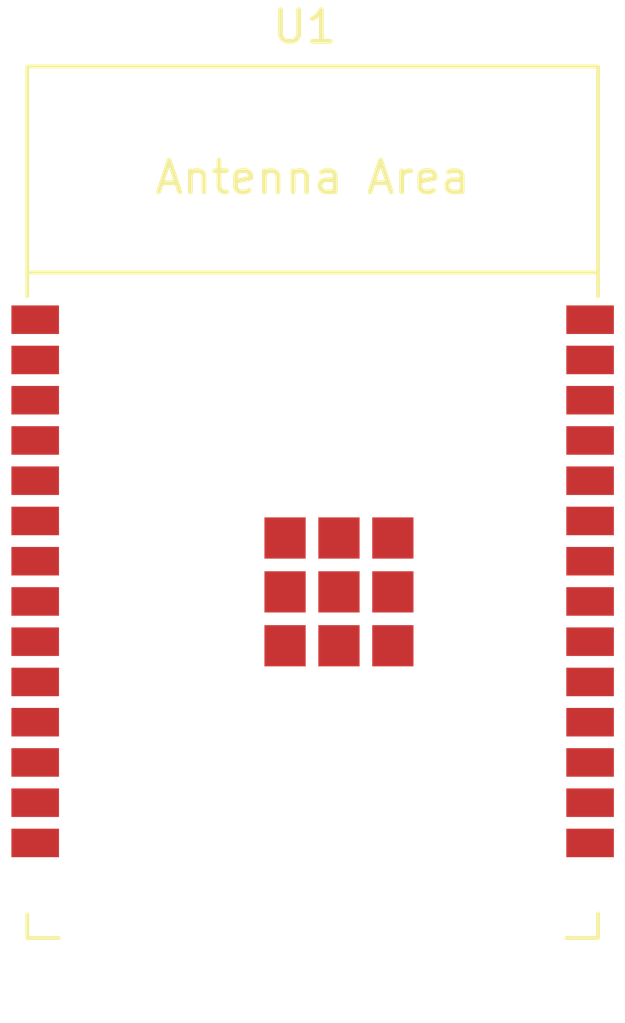
<source format=kicad_pcb>
(kicad_pcb (version 20241229) (generator "pcbnew") (generator_version "9.0")
  (layers (0 "F.Cu" signal) (2 "B.Cu" signal) (13 "F.Paste" user) (15 "B.Paste" user) (5 "F.SilkS" user "F.Silkscreen") (7 "B.SilkS" user "B.Silkscreen") (1 "F.Mask" user) (3 "B.Mask" user) (25 "Edge.Cuts" user))
  (net 0 "")
  (net 1 "Net-(U1-GND-Pad1)")
  (footprint "PCM_Espressif:ESP32-C5-WROOM-1" (layer "F.Cu") (at 150 96.25)
    (property "Reference" "U1" (at 0 -15 0) (layer "F.SilkS"))
    (property "Value" "ESP32-C5-WROOM-1")
    (fp_line (start -8.75 -13.75) (end -8.75 -6.5) (stroke (width 0.12)) (layer "F.SilkS"))
    (fp_line (start -8.75 -13.75) (end 9.25 -13.75) (stroke (width 0.12)) (layer "F.SilkS"))
    (fp_line (start -8.75 13) (end -8.75 13.75) (stroke (width 0.12)) (layer "F.SilkS"))
    (fp_line (start -8.75 13.75) (end -7.75 13.75) (stroke (width 0.12)) (layer "F.SilkS"))
    (fp_line (start 9.25 -13.75) (end 9.25 -6.5) (stroke (width 0.12)) (layer "F.SilkS"))
    (fp_line (start 9.25 -7.25) (end -8.75 -7.25) (stroke (width 0.12)) (layer "F.SilkS"))
    (fp_line (start 9.25 12.975) (end 9.25 13.75) (stroke (width 0.12)) (layer "F.SilkS"))
    (fp_line (start 9.25 13.75) (end 8.25 13.75) (stroke (width 0.12)) (layer "F.SilkS"))
    (fp_text user "Antenna Area" (at 0.25 -10.25 0) (layer "F.SilkS"))
    (pad "1" smd rect (at -8.5 -5.76) (size 1.5 0.9) (layers "F.Cu" "F.Mask" "F.Paste") (net 1 "Net-(U1-GND-Pad1)"))
    (pad "2" smd rect (at -8.5 -4.49) (size 1.5 0.9) (layers "F.Cu" "F.Mask" "F.Paste"))
    (pad "3" smd rect (at -8.5 -3.22) (size 1.5 0.9) (layers "F.Cu" "F.Mask" "F.Paste"))
    (pad "4" smd rect (at -8.5 -1.95) (size 1.5 0.9) (layers "F.Cu" "F.Mask" "F.Paste"))
    (pad "5" smd rect (at -8.5 -0.68) (size 1.5 0.9) (layers "F.Cu" "F.Mask" "F.Paste"))
    (pad "6" smd rect (at -8.5 0.59) (size 1.5 0.9) (layers "F.Cu" "F.Mask" "F.Paste"))
    (pad "7" smd rect (at -8.5 1.86) (size 1.5 0.9) (layers "F.Cu" "F.Mask" "F.Paste"))
    (pad "8" smd rect (at -8.5 3.13) (size 1.5 0.9) (layers "F.Cu" "F.Mask" "F.Paste"))
    (pad "9" smd rect (at -8.5 4.4) (size 1.5 0.9) (layers "F.Cu" "F.Mask" "F.Paste"))
    (pad "10" smd rect (at -8.5 5.67) (size 1.5 0.9) (layers "F.Cu" "F.Mask" "F.Paste"))
    (pad "11" smd rect (at -8.5 6.94) (size 1.5 0.9) (layers "F.Cu" "F.Mask" "F.Paste"))
    (pad "12" smd rect (at -8.5 8.21) (size 1.5 0.9) (layers "F.Cu" "F.Mask" "F.Paste"))
    (pad "13" smd rect (at -8.5 9.48) (size 1.5 0.9) (layers "F.Cu" "F.Mask" "F.Paste"))
    (pad "14" smd rect (at -8.5 10.75) (size 1.5 0.9) (layers "F.Cu" "F.Mask" "F.Paste"))
    (pad "15" smd rect (at 9 10.75 180) (size 1.5 0.9) (layers "F.Cu" "F.Mask" "F.Paste"))
    (pad "16" smd rect (at 9 9.48 180) (size 1.5 0.9) (layers "F.Cu" "F.Mask" "F.Paste"))
    (pad "17" smd rect (at 9 8.21 180) (size 1.5 0.9) (layers "F.Cu" "F.Mask" "F.Paste"))
    (pad "18" smd rect (at 9 6.94 180) (size 1.5 0.9) (layers "F.Cu" "F.Mask" "F.Paste"))
    (pad "19" smd rect (at 9 5.67 180) (size 1.5 0.9) (layers "F.Cu" "F.Mask" "F.Paste"))
    (pad "20" smd rect (at 9 4.4 180) (size 1.5 0.9) (layers "F.Cu" "F.Mask" "F.Paste"))
    (pad "21" smd rect (at 9 3.13 180) (size 1.5 0.9) (layers "F.Cu" "F.Mask" "F.Paste"))
    (pad "22" smd rect (at 9 1.86 180) (size 1.5 0.9) (layers "F.Cu" "F.Mask" "F.Paste"))
    (pad "23" smd rect (at 9 0.59 180) (size 1.5 0.9) (layers "F.Cu" "F.Mask" "F.Paste"))
    (pad "24" smd rect (at 9 -0.68 180) (size 1.5 0.9) (layers "F.Cu" "F.Mask" "F.Paste"))
    (pad "25" smd rect (at 9 -1.95 180) (size 1.5 0.9) (layers "F.Cu" "F.Mask" "F.Paste"))
    (pad "26" smd rect (at 9 -3.22 180) (size 1.5 0.9) (layers "F.Cu" "F.Mask" "F.Paste"))
    (pad "27" smd rect (at 9 -4.49 180) (size 1.5 0.9) (layers "F.Cu" "F.Mask" "F.Paste"))
    (pad "28" smd rect (at 9 -5.76 180) (size 1.5 0.9) (layers "F.Cu" "F.Mask" "F.Paste") (net 1 "Net-(U1-GND-Pad1)"))
    (pad "29" smd rect (at -0.6202 1.128 180) (size 1.3 1.3) (layers "F.Cu" "F.Mask" "F.Paste") (net 1 "Net-(U1-GND-Pad1)"))
    (pad "29" smd rect (at -0.6202 2.828 180) (size 1.3 1.3) (layers "F.Cu" "F.Mask" "F.Paste") (net 1 "Net-(U1-GND-Pad1)"))
    (pad "29" smd rect (at -0.6202 4.528 180) (size 1.3 1.3) (layers "F.Cu" "F.Mask" "F.Paste") (net 1 "Net-(U1-GND-Pad1)"))
    (pad "29" smd rect (at 1.0798 1.128 180) (size 1.3 1.3) (layers "F.Cu" "F.Mask" "F.Paste") (net 1 "Net-(U1-GND-Pad1)"))
    (pad "29" smd rect (at 1.0798 2.828 180) (size 1.3 1.3) (layers "F.Cu" "F.Mask" "F.Paste") (net 1 "Net-(U1-GND-Pad1)"))
    (pad "29" smd rect (at 1.0798 4.528 180) (size 1.3 1.3) (layers "F.Cu" "F.Mask" "F.Paste") (net 1 "Net-(U1-GND-Pad1)"))
    (pad "29" smd rect (at 2.7798 1.128 180) (size 1.3 1.3) (layers "F.Cu" "F.Mask" "F.Paste") (net 1 "Net-(U1-GND-Pad1)"))
    (pad "29" smd rect (at 2.7798 2.828 180) (size 1.3 1.3) (layers "F.Cu" "F.Mask" "F.Paste") (net 1 "Net-(U1-GND-Pad1)"))
    (pad "29" smd rect (at 2.7798 4.528 180) (size 1.3 1.3) (layers "F.Cu" "F.Mask" "F.Paste") (net 1 "Net-(U1-GND-Pad1)"))
  )
)
</source>
